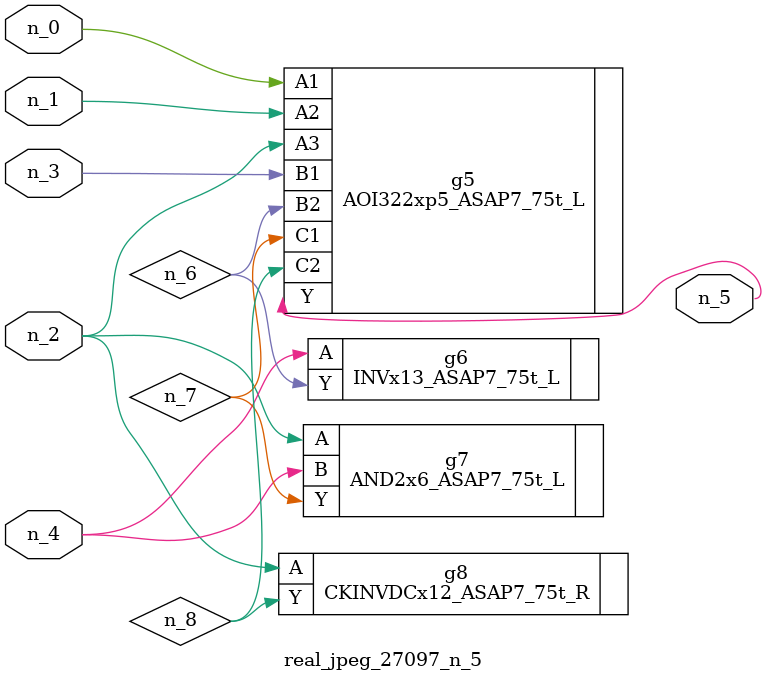
<source format=v>
module real_jpeg_27097_n_5 (n_4, n_0, n_1, n_2, n_3, n_5);

input n_4;
input n_0;
input n_1;
input n_2;
input n_3;

output n_5;

wire n_8;
wire n_6;
wire n_7;

AOI322xp5_ASAP7_75t_L g5 ( 
.A1(n_0),
.A2(n_1),
.A3(n_2),
.B1(n_3),
.B2(n_6),
.C1(n_7),
.C2(n_8),
.Y(n_5)
);

AND2x6_ASAP7_75t_L g7 ( 
.A(n_2),
.B(n_4),
.Y(n_7)
);

CKINVDCx12_ASAP7_75t_R g8 ( 
.A(n_2),
.Y(n_8)
);

INVx13_ASAP7_75t_L g6 ( 
.A(n_4),
.Y(n_6)
);


endmodule
</source>
